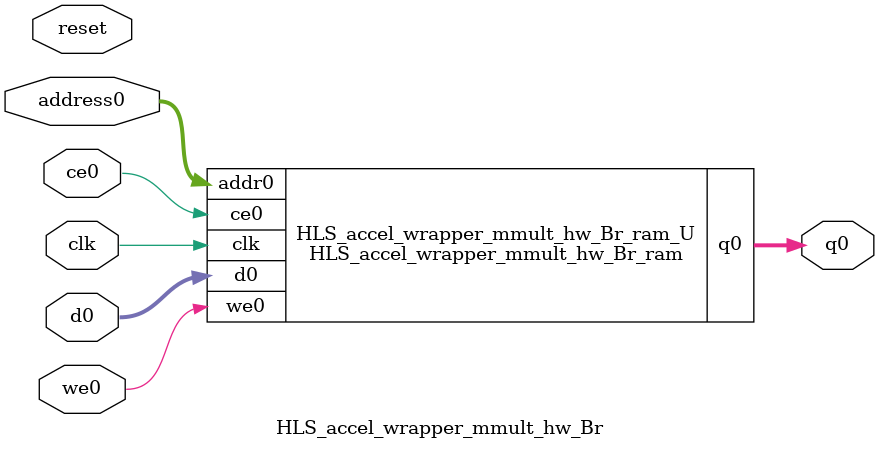
<source format=v>
`timescale 1 ns / 1 ps
module HLS_accel_wrapper_mmult_hw_Br_ram (addr0, ce0, d0, we0, q0,  clk);

parameter DWIDTH = 32;
parameter AWIDTH = 8;
parameter MEM_SIZE = 256;

input[AWIDTH-1:0] addr0;
input ce0;
input[DWIDTH-1:0] d0;
input we0;
output reg[DWIDTH-1:0] q0;
input clk;

reg [DWIDTH-1:0] ram0[0:MEM_SIZE-1];



always @(posedge clk)  
begin 
    if (ce0) begin
        if (we0) 
            ram0[addr0] <= d0; 
        q0 <= ram0[addr0];
    end
end


endmodule

`timescale 1 ns / 1 ps
module HLS_accel_wrapper_mmult_hw_Br(
    reset,
    clk,
    address0,
    ce0,
    we0,
    d0,
    q0);

parameter DataWidth = 32'd32;
parameter AddressRange = 32'd256;
parameter AddressWidth = 32'd8;
input reset;
input clk;
input[AddressWidth - 1:0] address0;
input ce0;
input we0;
input[DataWidth - 1:0] d0;
output[DataWidth - 1:0] q0;



HLS_accel_wrapper_mmult_hw_Br_ram HLS_accel_wrapper_mmult_hw_Br_ram_U(
    .clk( clk ),
    .addr0( address0 ),
    .ce0( ce0 ),
    .we0( we0 ),
    .d0( d0 ),
    .q0( q0 ));

endmodule


</source>
